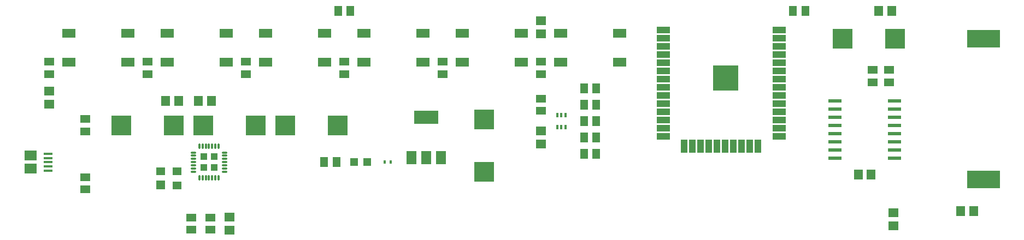
<source format=gbp>
G04 #@! TF.GenerationSoftware,KiCad,Pcbnew,5.0.0-rc2-dev-unknown-b5f1fdd~62~ubuntu16.04.1*
G04 #@! TF.CreationDate,2018-03-21T15:48:13+05:30*
G04 #@! TF.ProjectId,k3jr_controller,6B336A725F636F6E74726F6C6C65722E,rev 1*
G04 #@! TF.SameCoordinates,Original*
G04 #@! TF.FileFunction,Paste,Bot*
G04 #@! TF.FilePolarity,Positive*
%FSLAX46Y46*%
G04 Gerber Fmt 4.6, Leading zero omitted, Abs format (unit mm)*
G04 Created by KiCad (PCBNEW 5.0.0-rc2-dev-unknown-b5f1fdd~62~ubuntu16.04.1) date Wed Mar 21 15:48:13 2018*
%MOMM*%
%LPD*%
G01*
G04 APERTURE LIST*
%ADD10R,5.080000X2.794000*%
%ADD11R,2.100000X1.400000*%
%ADD12R,3.048000X3.048000*%
%ADD13R,1.400000X1.200000*%
%ADD14R,1.400000X1.400000*%
%ADD15R,1.900000X1.500000*%
%ADD16R,1.350000X0.400000*%
%ADD17O,0.850000X0.300000*%
%ADD18O,0.300000X0.850000*%
%ADD19R,1.005000X1.005000*%
%ADD20R,1.498600X1.300480*%
%ADD21R,1.550000X1.350000*%
%ADD22R,1.350000X1.550000*%
%ADD23R,1.500000X2.000000*%
%ADD24R,3.800000X2.000000*%
%ADD25R,1.300480X1.498600*%
%ADD26R,0.400000X0.650000*%
%ADD27R,1.998980X0.599440*%
%ADD28R,0.400000X0.600000*%
%ADD29R,4.000000X4.000000*%
%ADD30R,2.000000X1.000000*%
%ADD31R,1.000000X2.000000*%
%ADD32R,1.198880X1.198880*%
G04 APERTURE END LIST*
D10*
X200025000Y-58293000D03*
X200025000Y-80137000D03*
D11*
X88795000Y-57440000D03*
X97895000Y-57440000D03*
X97895000Y-61940000D03*
X88795000Y-61940000D03*
D12*
X91821000Y-71755000D03*
X99949000Y-71755000D03*
D13*
X75087000Y-81110000D03*
X75087000Y-78910000D03*
X72487000Y-78910000D03*
D14*
X72487000Y-81010000D03*
D15*
X52355000Y-76470000D03*
D16*
X55055000Y-78120000D03*
X55055000Y-78770000D03*
X55055000Y-76170000D03*
X55055000Y-76820000D03*
X55055000Y-77470000D03*
D15*
X52355000Y-78470000D03*
D11*
X73555000Y-57440000D03*
X82655000Y-57440000D03*
X82655000Y-61940000D03*
X73555000Y-61940000D03*
D12*
X186309000Y-58293000D03*
X178181000Y-58293000D03*
D17*
X77560000Y-78970000D03*
X77560000Y-78470000D03*
X77560000Y-77970000D03*
X77560000Y-77470000D03*
X77560000Y-76970000D03*
X77560000Y-76470000D03*
X77560000Y-75970000D03*
D18*
X78510000Y-75020000D03*
X79010000Y-75020000D03*
X79510000Y-75020000D03*
X80010000Y-75020000D03*
X80510000Y-75020000D03*
X81010000Y-75020000D03*
X81510000Y-75020000D03*
D17*
X82460000Y-75970000D03*
X82460000Y-76470000D03*
X82460000Y-76970000D03*
X82460000Y-77470000D03*
X82460000Y-77970000D03*
X82460000Y-78470000D03*
X82460000Y-78970000D03*
D18*
X81510000Y-79920000D03*
X81010000Y-79920000D03*
X80510000Y-79920000D03*
X80010000Y-79920000D03*
X79510000Y-79920000D03*
X79010000Y-79920000D03*
X78510000Y-79920000D03*
D19*
X80847500Y-76632500D03*
X80847500Y-78307500D03*
X79172500Y-76632500D03*
X79172500Y-78307500D03*
D20*
X70485000Y-61912500D03*
X70485000Y-63817500D03*
X85725000Y-61912500D03*
X85725000Y-63817500D03*
D21*
X83185000Y-87995000D03*
X83185000Y-85995000D03*
D11*
X143615000Y-61940000D03*
X134515000Y-61940000D03*
X134515000Y-57440000D03*
X143615000Y-57440000D03*
D12*
X122682000Y-78994000D03*
X122682000Y-70866000D03*
D22*
X182610000Y-79375000D03*
X180610000Y-79375000D03*
D20*
X100965000Y-61912500D03*
X100965000Y-63817500D03*
X116205000Y-61912500D03*
X116205000Y-63817500D03*
X80250000Y-86047500D03*
X80250000Y-87952500D03*
D23*
X115965000Y-76810000D03*
X111365000Y-76810000D03*
X113665000Y-76810000D03*
D24*
X113665000Y-70510000D03*
D25*
X140017500Y-68580000D03*
X138112500Y-68580000D03*
X138112500Y-71120000D03*
X140017500Y-71120000D03*
X140017500Y-73660000D03*
X138112500Y-73660000D03*
X140017500Y-76200000D03*
X138112500Y-76200000D03*
D20*
X131445000Y-63817500D03*
X131445000Y-61912500D03*
X55245000Y-63817500D03*
X55245000Y-61912500D03*
D25*
X97853500Y-77470000D03*
X99758500Y-77470000D03*
D20*
X131445000Y-67627500D03*
X131445000Y-69532500D03*
D26*
X133970000Y-72070000D03*
X135270000Y-72070000D03*
X134620000Y-70170000D03*
X134620000Y-72070000D03*
X135270000Y-70170000D03*
X133970000Y-70170000D03*
D22*
X183785000Y-53975000D03*
X185785000Y-53975000D03*
X78375000Y-67945000D03*
X80375000Y-67945000D03*
D12*
X87249000Y-71755000D03*
X79121000Y-71755000D03*
D22*
X75295000Y-67945000D03*
X73295000Y-67945000D03*
D12*
X66421000Y-71755000D03*
X74549000Y-71755000D03*
D21*
X131445000Y-57515000D03*
X131445000Y-55515000D03*
X55245000Y-66437000D03*
X55245000Y-68437000D03*
D20*
X77250000Y-86047500D03*
X77250000Y-87952500D03*
X185420000Y-63182500D03*
X185420000Y-65087500D03*
X182880000Y-63182500D03*
X182880000Y-65087500D03*
D11*
X104035000Y-57440000D03*
X113135000Y-57440000D03*
X113135000Y-61940000D03*
X104035000Y-61940000D03*
D27*
X176959260Y-67945000D03*
X176959260Y-69215000D03*
X176959260Y-70485000D03*
X176959260Y-71755000D03*
X176959260Y-73025000D03*
X176959260Y-74295000D03*
X176959260Y-75565000D03*
X176959260Y-76835000D03*
X186260740Y-76835000D03*
X186260740Y-75565000D03*
X186260740Y-74295000D03*
X186260740Y-73025000D03*
X186260740Y-71755000D03*
X186260740Y-70485000D03*
X186260740Y-69215000D03*
X186260740Y-67945000D03*
D11*
X67415000Y-61940000D03*
X58315000Y-61940000D03*
X58315000Y-57440000D03*
X67415000Y-57440000D03*
D21*
X186055000Y-87360000D03*
X186055000Y-85360000D03*
D22*
X196485000Y-85090000D03*
X198485000Y-85090000D03*
D28*
X108146000Y-77470000D03*
X107246000Y-77470000D03*
D29*
X160085000Y-64380000D03*
D30*
X150385000Y-56980000D03*
X150385000Y-58250000D03*
X150385000Y-59520000D03*
X150385000Y-60790000D03*
X150385000Y-62060000D03*
X150385000Y-63330000D03*
X150385000Y-64600000D03*
X150385000Y-65870000D03*
X150385000Y-67140000D03*
X150385000Y-68410000D03*
X150385000Y-69680000D03*
X150385000Y-70950000D03*
X150385000Y-72220000D03*
X150385000Y-73490000D03*
D31*
X153670000Y-74980000D03*
X154940000Y-74980000D03*
X156210000Y-74980000D03*
X157480000Y-74980000D03*
X158750000Y-74980000D03*
X160020000Y-74980000D03*
X161290000Y-74980000D03*
X162560000Y-74980000D03*
X163830000Y-74980000D03*
X165100000Y-74980000D03*
D30*
X168385000Y-73490000D03*
X168385000Y-72220000D03*
X168385000Y-70950000D03*
X168385000Y-69680000D03*
X168385000Y-68410000D03*
X168385000Y-67140000D03*
X168385000Y-65870000D03*
X168385000Y-64600000D03*
X168385000Y-63330000D03*
X168385000Y-62060000D03*
X168385000Y-60790000D03*
X168385000Y-59520000D03*
X168385000Y-58250000D03*
X168385000Y-56980000D03*
D25*
X140017500Y-66040000D03*
X138112500Y-66040000D03*
D21*
X131445000Y-72660000D03*
X131445000Y-74660000D03*
D11*
X119275000Y-57440000D03*
X128375000Y-57440000D03*
X128375000Y-61940000D03*
X119275000Y-61940000D03*
D32*
X102455980Y-77470000D03*
X104554020Y-77470000D03*
D25*
X101917500Y-53975000D03*
X100012500Y-53975000D03*
X170497500Y-53975000D03*
X172402500Y-53975000D03*
D20*
X60833000Y-79819500D03*
X60833000Y-81724500D03*
X60833000Y-72707500D03*
X60833000Y-70802500D03*
M02*

</source>
